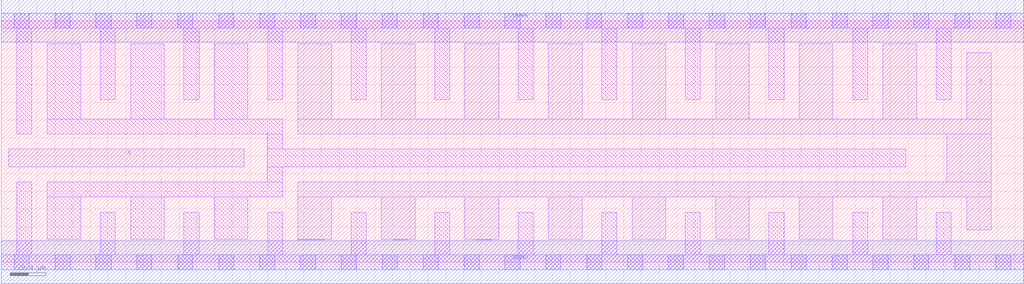
<source format=lef>
# Copyright 2020 The SkyWater PDK Authors
#
# Licensed under the Apache License, Version 2.0 (the "License");
# you may not use this file except in compliance with the License.
# You may obtain a copy of the License at
#
#     https://www.apache.org/licenses/LICENSE-2.0
#
# Unless required by applicable law or agreed to in writing, software
# distributed under the License is distributed on an "AS IS" BASIS,
# WITHOUT WARRANTIES OR CONDITIONS OF ANY KIND, either express or implied.
# See the License for the specific language governing permissions and
# limitations under the License.
#
# SPDX-License-Identifier: Apache-2.0

VERSION 5.7 ;
BUSBITCHARS "[]" ;
DIVIDERCHAR "/" ;
PROPERTYDEFINITIONS
  MACRO maskLayoutSubType STRING ;
  MACRO prCellType STRING ;
  MACRO originalViewName STRING ;
END PROPERTYDEFINITIONS
MACRO sky130_fd_sc_hdll__buf_16
  ORIGIN  0.000000  0.000000 ;
  CLASS CORE ;
  SYMMETRY X Y R90 ;
  SIZE  11.50000 BY  2.720000 ;
  SITE unithd ;
  PIN A
    ANTENNAGATEAREA  1.665000 ;
    DIRECTION INPUT ;
    USE SIGNAL ;
    PORT
      LAYER li1 ;
        RECT 0.085000 1.075000 2.735000 1.275000 ;
    END
  END A
  PIN X
    ANTENNADIFFAREA  4.016500 ;
    DIRECTION OUTPUT ;
    USE SIGNAL ;
    PORT
      LAYER li1 ;
        RECT  3.335000 0.255000  3.635000 0.260000 ;
        RECT  3.335000 0.260000  3.715000 0.735000 ;
        RECT  3.335000 0.735000 11.135000 0.905000 ;
        RECT  3.335000 1.445000 11.135000 1.615000 ;
        RECT  3.335000 1.615000  3.715000 2.465000 ;
        RECT  4.275000 0.260000  4.655000 0.735000 ;
        RECT  4.275000 1.615000  4.655000 2.465000 ;
        RECT  4.405000 0.255000  4.575000 0.260000 ;
        RECT  5.215000 0.260000  5.595000 0.735000 ;
        RECT  5.215000 1.615000  5.595000 2.465000 ;
        RECT  5.345000 0.255000  5.515000 0.260000 ;
        RECT  6.155000 0.260000  6.535000 0.735000 ;
        RECT  6.155000 1.615000  6.535000 2.465000 ;
        RECT  7.095000 0.260000  7.475000 0.735000 ;
        RECT  7.095000 1.615000  7.475000 2.465000 ;
        RECT  8.035000 0.260000  8.415000 0.735000 ;
        RECT  8.035000 1.615000  8.415000 2.465000 ;
        RECT  8.975000 0.260000  9.355000 0.735000 ;
        RECT  8.975000 1.615000  9.355000 2.465000 ;
        RECT  9.915000 0.260000 10.295000 0.735000 ;
        RECT  9.915000 1.615000 10.295000 2.465000 ;
        RECT 10.635000 0.905000 11.135000 1.445000 ;
        RECT 10.860000 0.365000 11.135000 0.735000 ;
        RECT 10.860000 1.615000 11.135000 2.360000 ;
    END
  END X
  PIN VGND
    DIRECTION INOUT ;
    USE GROUND ;
    PORT
      LAYER met1 ;
        RECT 0.000000 -0.240000 11.500000 0.240000 ;
    END
  END VGND
  PIN VPWR
    DIRECTION INOUT ;
    USE POWER ;
    PORT
      LAYER met1 ;
        RECT 0.000000 2.480000 11.500000 2.960000 ;
    END
  END VPWR
  OBS
    LAYER li1 ;
      RECT  0.000000 -0.085000 11.500000 0.085000 ;
      RECT  0.000000  2.635000 11.500000 2.805000 ;
      RECT  0.175000  0.085000  0.345000 0.905000 ;
      RECT  0.175000  1.445000  0.345000 2.635000 ;
      RECT  0.515000  0.260000  0.895000 0.735000 ;
      RECT  0.515000  0.735000  3.165000 0.905000 ;
      RECT  0.515000  1.445000  3.165000 1.615000 ;
      RECT  0.515000  1.615000  0.895000 2.465000 ;
      RECT  1.115000  0.085000  1.285000 0.565000 ;
      RECT  1.115000  1.835000  1.285000 2.635000 ;
      RECT  1.455000  0.260000  1.835000 0.735000 ;
      RECT  1.455000  1.615000  1.835000 2.465000 ;
      RECT  2.055000  0.085000  2.225000 0.565000 ;
      RECT  2.055000  1.835000  2.225000 2.635000 ;
      RECT  2.395000  0.260000  2.775000 0.735000 ;
      RECT  2.395000  1.615000  2.775000 2.465000 ;
      RECT  2.990000  0.905000  3.165000 1.075000 ;
      RECT  2.990000  1.075000 10.175000 1.275000 ;
      RECT  2.990000  1.275000  3.165000 1.445000 ;
      RECT  2.995000  0.085000  3.165000 0.565000 ;
      RECT  2.995000  1.835000  3.165000 2.635000 ;
      RECT  3.935000  0.085000  4.105000 0.565000 ;
      RECT  3.935000  1.835000  4.105000 2.635000 ;
      RECT  4.875000  0.085000  5.045000 0.565000 ;
      RECT  4.875000  1.835000  5.045000 2.635000 ;
      RECT  5.815000  0.085000  5.985000 0.565000 ;
      RECT  5.815000  1.835000  5.985000 2.635000 ;
      RECT  6.755000  0.085000  6.925000 0.565000 ;
      RECT  6.755000  1.835000  6.925000 2.635000 ;
      RECT  7.695000  0.085000  7.865000 0.565000 ;
      RECT  7.695000  1.835000  7.865000 2.635000 ;
      RECT  8.635000  0.085000  8.805000 0.565000 ;
      RECT  8.635000  1.835000  8.805000 2.635000 ;
      RECT  9.575000  0.085000  9.745000 0.565000 ;
      RECT  9.575000  1.835000  9.745000 2.635000 ;
      RECT 10.515000  0.085000 10.685000 0.565000 ;
      RECT 10.515000  1.835000 10.685000 2.635000 ;
    LAYER mcon ;
      RECT  0.145000 -0.085000  0.315000 0.085000 ;
      RECT  0.145000  2.635000  0.315000 2.805000 ;
      RECT  0.605000 -0.085000  0.775000 0.085000 ;
      RECT  0.605000  2.635000  0.775000 2.805000 ;
      RECT  1.065000 -0.085000  1.235000 0.085000 ;
      RECT  1.065000  2.635000  1.235000 2.805000 ;
      RECT  1.525000 -0.085000  1.695000 0.085000 ;
      RECT  1.525000  2.635000  1.695000 2.805000 ;
      RECT  1.985000 -0.085000  2.155000 0.085000 ;
      RECT  1.985000  2.635000  2.155000 2.805000 ;
      RECT  2.445000 -0.085000  2.615000 0.085000 ;
      RECT  2.445000  2.635000  2.615000 2.805000 ;
      RECT  2.905000 -0.085000  3.075000 0.085000 ;
      RECT  2.905000  2.635000  3.075000 2.805000 ;
      RECT  3.365000 -0.085000  3.535000 0.085000 ;
      RECT  3.365000  2.635000  3.535000 2.805000 ;
      RECT  3.825000 -0.085000  3.995000 0.085000 ;
      RECT  3.825000  2.635000  3.995000 2.805000 ;
      RECT  4.285000 -0.085000  4.455000 0.085000 ;
      RECT  4.285000  2.635000  4.455000 2.805000 ;
      RECT  4.745000 -0.085000  4.915000 0.085000 ;
      RECT  4.745000  2.635000  4.915000 2.805000 ;
      RECT  5.205000 -0.085000  5.375000 0.085000 ;
      RECT  5.205000  2.635000  5.375000 2.805000 ;
      RECT  5.665000 -0.085000  5.835000 0.085000 ;
      RECT  5.665000  2.635000  5.835000 2.805000 ;
      RECT  6.125000 -0.085000  6.295000 0.085000 ;
      RECT  6.125000  2.635000  6.295000 2.805000 ;
      RECT  6.585000 -0.085000  6.755000 0.085000 ;
      RECT  6.585000  2.635000  6.755000 2.805000 ;
      RECT  7.045000 -0.085000  7.215000 0.085000 ;
      RECT  7.045000  2.635000  7.215000 2.805000 ;
      RECT  7.505000 -0.085000  7.675000 0.085000 ;
      RECT  7.505000  2.635000  7.675000 2.805000 ;
      RECT  7.965000 -0.085000  8.135000 0.085000 ;
      RECT  7.965000  2.635000  8.135000 2.805000 ;
      RECT  8.425000 -0.085000  8.595000 0.085000 ;
      RECT  8.425000  2.635000  8.595000 2.805000 ;
      RECT  8.885000 -0.085000  9.055000 0.085000 ;
      RECT  8.885000  2.635000  9.055000 2.805000 ;
      RECT  9.345000 -0.085000  9.515000 0.085000 ;
      RECT  9.345000  2.635000  9.515000 2.805000 ;
      RECT  9.805000 -0.085000  9.975000 0.085000 ;
      RECT  9.805000  2.635000  9.975000 2.805000 ;
      RECT 10.265000 -0.085000 10.435000 0.085000 ;
      RECT 10.265000  2.635000 10.435000 2.805000 ;
      RECT 10.725000 -0.085000 10.895000 0.085000 ;
      RECT 10.725000  2.635000 10.895000 2.805000 ;
      RECT 11.185000 -0.085000 11.355000 0.085000 ;
      RECT 11.185000  2.635000 11.355000 2.805000 ;
  END
  PROPERTY maskLayoutSubType "abstract" ;
  PROPERTY prCellType "standard" ;
  PROPERTY originalViewName "layout" ;
END sky130_fd_sc_hdll__buf_16
END LIBRARY

</source>
